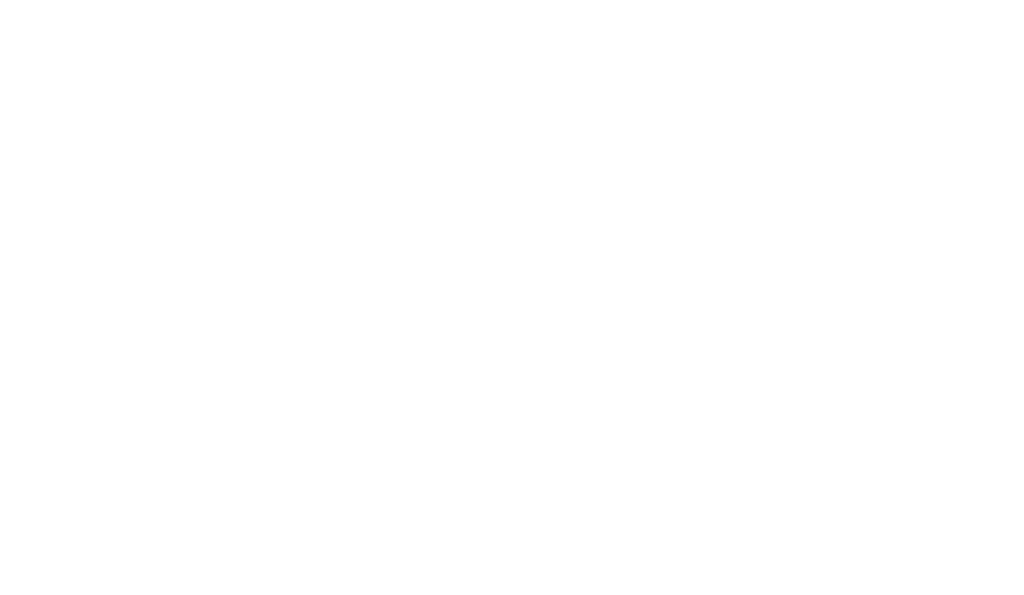
<source format=kicad_pcb>
(kicad_pcb (version 20171130) (host pcbnew "(5.1.4-0-10_14)")

  (general
    (thickness 1.6)
    (drawings 111)
    (tracks 0)
    (zones 0)
    (modules 0)
    (nets 1)
  )

  (page A4)
  (title_block
    (title "Pinky3 Top Plate Design")
    (date 2018-12-23)
    (rev 0.3)
    (company @tamanishi)
  )

  (layers
    (0 F.Cu signal)
    (31 B.Cu signal)
    (32 B.Adhes user)
    (33 F.Adhes user)
    (34 B.Paste user)
    (35 F.Paste user)
    (36 B.SilkS user)
    (37 F.SilkS user)
    (38 B.Mask user)
    (39 F.Mask user)
    (40 Dwgs.User user hide)
    (41 Cmts.User user)
    (42 Eco1.User user)
    (43 Eco2.User user)
    (44 Edge.Cuts user)
    (45 Margin user)
    (46 B.CrtYd user)
    (47 F.CrtYd user)
    (48 B.Fab user)
    (49 F.Fab user)
  )

  (setup
    (last_trace_width 0.25)
    (user_trace_width 0.5)
    (trace_clearance 0.2)
    (zone_clearance 0.508)
    (zone_45_only no)
    (trace_min 0.2)
    (via_size 0.6)
    (via_drill 0.4)
    (via_min_size 0.4)
    (via_min_drill 0.3)
    (uvia_size 0.4)
    (uvia_drill 0.3)
    (uvias_allowed no)
    (uvia_min_size 0.4)
    (uvia_min_drill 0.3)
    (edge_width 0.000001)
    (segment_width 0.15)
    (pcb_text_width 0.3)
    (pcb_text_size 1.5 1.5)
    (mod_edge_width 0.15)
    (mod_text_size 1 1)
    (mod_text_width 0.15)
    (pad_size 5 5)
    (pad_drill 4.8)
    (pad_to_mask_clearance 0.2)
    (solder_mask_min_width 0.25)
    (aux_axis_origin 41 54.3)
    (visible_elements FFFFE77F)
    (pcbplotparams
      (layerselection 0x01000_7ffffffe)
      (usegerberextensions false)
      (usegerberattributes false)
      (usegerberadvancedattributes false)
      (creategerberjobfile false)
      (excludeedgelayer true)
      (linewidth 0.100000)
      (plotframeref false)
      (viasonmask false)
      (mode 1)
      (useauxorigin false)
      (hpglpennumber 1)
      (hpglpenspeed 20)
      (hpglpendiameter 15.000000)
      (psnegative false)
      (psa4output false)
      (plotreference true)
      (plotvalue true)
      (plotinvisibletext false)
      (padsonsilk false)
      (subtractmaskfromsilk false)
      (outputformat 3)
      (mirror false)
      (drillshape 0)
      (scaleselection 1)
      (outputdirectory "DXF/"))
  )

  (net 0 "")

  (net_class Default "This is the default net class."
    (clearance 0.2)
    (trace_width 0.25)
    (via_dia 0.6)
    (via_drill 0.4)
    (uvia_dia 0.4)
    (uvia_drill 0.3)
  )

  (gr_circle (center 149 120.3) (end 150.22 120.3) (layer Edge.Cuts) (width 0.00001) (tstamp 5DBE5AA2))
  (gr_circle (center 154.1 80.5) (end 155.32 80.5) (layer Edge.Cuts) (width 0.00001) (tstamp 5DBE5A7B))
  (gr_circle (center 116 91.9) (end 117.22 91.9) (layer Edge.Cuts) (width 0.00001) (tstamp 5DBE5A36))
  (gr_circle (center 59.5 97.6) (end 60.72 97.6) (layer Edge.Cuts) (width 0.00001) (tstamp 5DBE5A10))
  (gr_circle (center 59.5 78.55) (end 60.72 78.55) (layer Edge.Cuts) (width 0.00001))
  (gr_line (start 138.25 63.955) (end 152.25 63.955) (layer Edge.Cuts) (width 0.00001) (tstamp 5C1F42A1))
  (gr_line (start 100.15 56.335) (end 114.15 56.335) (layer Edge.Cuts) (width 0.00001) (tstamp 5C1F429D))
  (dimension 78 (width 0.3) (layer F.CrtYd)
    (gr_text "78.000 mm" (at 35.7 93.3 270) (layer F.CrtYd)
      (effects (font (size 1.5 1.5) (thickness 0.3)))
    )
    (feature1 (pts (xy 41 132.3) (xy 37.213579 132.3)))
    (feature2 (pts (xy 41 54.3) (xy 37.213579 54.3)))
    (crossbar (pts (xy 37.8 54.3) (xy 37.8 132.3)))
    (arrow1a (pts (xy 37.8 132.3) (xy 37.213579 131.173496)))
    (arrow1b (pts (xy 37.8 132.3) (xy 38.386421 131.173496)))
    (arrow2a (pts (xy 37.8 54.3) (xy 37.213579 55.426504)))
    (arrow2b (pts (xy 37.8 54.3) (xy 38.386421 55.426504)))
  )
  (gr_line (start 41.7 116.1) (end 116.5 116.1) (layer Edge.Cuts) (width 0.00001) (tstamp 5C1DF843))
  (gr_arc (start 176 111.5) (end 176.7 111.5) (angle -90) (layer Edge.Cuts) (width 0.00001) (tstamp 5C1DE371))
  (gr_line (start 176 110.8) (end 164.5 110.8) (layer Edge.Cuts) (width 0.00001))
  (gr_line (start 176.7 116.1) (end 176.7 111.5) (layer Edge.Cuts) (width 0.00001))
  (gr_line (start 137 119.7) (end 116.5 116.1) (layer Edge.Cuts) (width 0.00001))
  (gr_line (start 152.4 124.9) (end 137 119.7) (layer Edge.Cuts) (width 0.00001))
  (gr_line (start 152.4 124.9) (end 168.6 132.1) (layer Edge.Cuts) (width 0.00001))
  (gr_line (start 171.3 86.815) (end 171.3 100.815) (layer Edge.Cuts) (width 0.00001) (tstamp 5C0AF31E))
  (gr_line (start 157.3 86.815) (end 157.3 100.815) (layer Edge.Cuts) (width 0.00001))
  (gr_line (start 43 100.15) (end 43 114.15) (layer Edge.Cuts) (width 0.00001) (tstamp 5BFA0244))
  (dimension 135.7 (width 0.3) (layer F.CrtYd)
    (gr_text "135.700 mm" (at 108.85 48.3) (layer F.CrtYd)
      (effects (font (size 1.5 1.5) (thickness 0.3)))
    )
    (feature1 (pts (xy 176.7 54.3) (xy 176.7 49.813579)))
    (feature2 (pts (xy 41 54.3) (xy 41 49.813579)))
    (crossbar (pts (xy 41 50.4) (xy 176.7 50.4)))
    (arrow1a (pts (xy 176.7 50.4) (xy 175.573496 50.986421)))
    (arrow1b (pts (xy 176.7 50.4) (xy 175.573496 49.813579)))
    (arrow2a (pts (xy 41 50.4) (xy 42.126504 50.986421)))
    (arrow2b (pts (xy 41 50.4) (xy 42.126504 49.813579)))
  )
  (gr_arc (start 172.6 101.9) (end 172.6 102.6) (angle -90) (layer Edge.Cuts) (width 0.00001))
  (gr_line (start 164.5 102.6) (end 172.6 102.6) (layer Edge.Cuts) (width 0.00001))
  (gr_line (start 164.5 110.8) (end 164.5 102.6) (layer Edge.Cuts) (width 0.00001))
  (gr_arc (start 168.999999 131.300001) (end 168.6 132.1) (angle -90) (layer Edge.Cuts) (width 0.00001))
  (gr_line (start 41.8 59.7) (end 98.1 54.3) (layer Edge.Cuts) (width 0.00001) (tstamp 5BF131E6))
  (gr_line (start 98.1 54.3) (end 116.2 54.3) (layer Edge.Cuts) (width 0.00001) (tstamp 5BF131E5))
  (gr_line (start 116.2 54.3) (end 172.6 65.5) (layer Edge.Cuts) (width 0.00001) (tstamp 5BF131E4))
  (gr_line (start 173.3 66.2) (end 173.3 101.9) (layer Edge.Cuts) (width 0.00001) (tstamp 5BF131E3))
  (gr_line (start 169.799998 131.7) (end 176.7 116.1) (layer Edge.Cuts) (width 0.00001) (tstamp 5BF131E2))
  (gr_arc (start 41.7 115.4) (end 41 115.4) (angle -90) (layer Edge.Cuts) (width 0.00001) (tstamp 5BF131E0))
  (gr_arc (start 172.499302 66.299912) (end 173.299302 66.199912) (angle -75.7) (layer Edge.Cuts) (width 0.00001) (tstamp 5BF131DE))
  (gr_arc (start 41.999999 60.699999) (end 41.8 59.7) (angle -67.4) (layer Edge.Cuts) (width 0.00001) (tstamp 5BF131DD))
  (gr_line (start 41 115.4) (end 41 60.5) (layer Edge.Cuts) (width 0.00001) (tstamp 5BF131DC))
  (gr_line (start 57 62.05) (end 57 76.05) (layer Edge.Cuts) (width 0.00001))
  (gr_line (start 57 100.15) (end 57 114.15) (layer Edge.Cuts) (width 0.00001))
  (gr_line (start 62.05 100.15) (end 76.05 100.15) (layer Edge.Cuts) (width 0.00001))
  (gr_line (start 43 100.15) (end 57 100.15) (layer Edge.Cuts) (width 0.00001))
  (gr_line (start 62.05 100.15) (end 62.05 114.15) (layer Edge.Cuts) (width 0.00001))
  (gr_line (start 43 81.1) (end 57 81.1) (layer Edge.Cuts) (width 0.00001))
  (gr_line (start 76.05 100.15) (end 76.05 114.15) (layer Edge.Cuts) (width 0.00001))
  (gr_line (start 100.15 94.435) (end 100.15 108.435) (layer Edge.Cuts) (width 0.00001))
  (gr_line (start 95.1 112.245) (end 81.1 112.245) (layer Edge.Cuts) (width 0.00001))
  (gr_line (start 100.15 108.435) (end 114.15 108.435) (layer Edge.Cuts) (width 0.00001))
  (gr_line (start 100.15 89.385) (end 114.15 89.385) (layer Edge.Cuts) (width 0.00001))
  (gr_line (start 114.15 75.385) (end 114.15 89.385) (layer Edge.Cuts) (width 0.00001))
  (gr_line (start 81.1 98.245) (end 95.1 98.245) (layer Edge.Cuts) (width 0.00001))
  (gr_line (start 157.3 81.765) (end 171.3 81.765) (layer Edge.Cuts) (width 0.00001))
  (gr_line (start 171.3 67.765) (end 171.3 81.765) (layer Edge.Cuts) (width 0.00001))
  (gr_line (start 133.2 98.245) (end 133.2 112.245) (layer Edge.Cuts) (width 0.00001))
  (gr_line (start 119.2 60.145) (end 119.2 74.145) (layer Edge.Cuts) (width 0.00001))
  (gr_line (start 81.1 98.245) (end 81.1 112.245) (layer Edge.Cuts) (width 0.00001))
  (gr_line (start 81.1 60.145) (end 95.1 60.145) (layer Edge.Cuts) (width 0.00001))
  (gr_line (start 62.05 76.05) (end 62.05 62.05) (layer Edge.Cuts) (width 0.00001))
  (gr_line (start 62.05 95.1) (end 76.05 95.1) (layer Edge.Cuts) (width 0.00001))
  (gr_line (start 76.05 81.1) (end 76.05 95.1) (layer Edge.Cuts) (width 0.00001))
  (gr_line (start 43 114.15) (end 57 114.15) (layer Edge.Cuts) (width 0.00001))
  (gr_line (start 138.25 83.005) (end 138.25 97.005) (layer Edge.Cuts) (width 0.00001))
  (gr_line (start 95.1 74.145) (end 81.1 74.145) (layer Edge.Cuts) (width 0.00001))
  (gr_line (start 95.1 60.145) (end 95.1 74.145) (layer Edge.Cuts) (width 0.00001))
  (gr_line (start 138.25 77.955) (end 152.25 77.955) (layer Edge.Cuts) (width 0.00001))
  (gr_line (start 152.25 63.955) (end 152.25 77.955) (layer Edge.Cuts) (width 0.00001))
  (gr_line (start 119.2 112.245) (end 133.2 112.245) (layer Edge.Cuts) (width 0.00001))
  (gr_line (start 100.15 94.435) (end 114.15 94.435) (layer Edge.Cuts) (width 0.00001))
  (gr_line (start 114.15 94.435) (end 114.15 108.435) (layer Edge.Cuts) (width 0.00001))
  (gr_line (start 157.3 86.815) (end 171.3 86.815) (layer Edge.Cuts) (width 0.00001))
  (gr_line (start 119.2 60.145) (end 133.2 60.145) (layer Edge.Cuts) (width 0.00001))
  (gr_line (start 81.1 60.145) (end 81.1 74.145) (layer Edge.Cuts) (width 0.00001))
  (gr_line (start 43 76.05) (end 57 76.05) (layer Edge.Cuts) (width 0.00001))
  (gr_line (start 62.05 76.05) (end 76.05 76.05) (layer Edge.Cuts) (width 0.00001))
  (gr_line (start 76.05 62.05) (end 76.05 76.05) (layer Edge.Cuts) (width 0.00001))
  (gr_line (start 119.2 79.195) (end 133.2 79.195) (layer Edge.Cuts) (width 0.00001))
  (gr_line (start 81.1 79.195) (end 81.1 93.195) (layer Edge.Cuts) (width 0.00001))
  (gr_line (start 81.1 79.195) (end 95.1 79.195) (layer Edge.Cuts) (width 0.00001))
  (gr_line (start 62.05 81.1) (end 62.05 95.1) (layer Edge.Cuts) (width 0.00001))
  (gr_line (start 100.15 70.335) (end 114.15 70.335) (layer Edge.Cuts) (width 0.00001))
  (gr_line (start 114.15 56.335) (end 114.15 70.335) (layer Edge.Cuts) (width 0.00001))
  (gr_line (start 95.1 98.245) (end 95.1 112.245) (layer Edge.Cuts) (width 0.00001))
  (gr_line (start 157.3 67.765) (end 157.3 81.765) (layer Edge.Cuts) (width 0.00001))
  (gr_line (start 119.2 98.245) (end 119.2 112.245) (layer Edge.Cuts) (width 0.00001))
  (gr_line (start 152.25 83.005) (end 152.25 97.005) (layer Edge.Cuts) (width 0.00001))
  (gr_line (start 119.2 74.145) (end 133.2 74.145) (layer Edge.Cuts) (width 0.00001))
  (gr_line (start 133.2 60.145) (end 133.2 74.145) (layer Edge.Cuts) (width 0.00001))
  (gr_line (start 43 62.05) (end 57 62.05) (layer Edge.Cuts) (width 0.00001))
  (gr_line (start 138.25 63.955) (end 138.25 77.955) (layer Edge.Cuts) (width 0.00001))
  (gr_line (start 138.25 116.055) (end 152.25 116.055) (layer Edge.Cuts) (width 0.00001))
  (gr_line (start 157.3 67.765) (end 171.3 67.765) (layer Edge.Cuts) (width 0.00001))
  (gr_line (start 100.15 75.385) (end 100.15 89.385) (layer Edge.Cuts) (width 0.00001))
  (gr_line (start 138.25 83.005) (end 152.25 83.005) (layer Edge.Cuts) (width 0.00001))
  (gr_line (start 57 95.1) (end 43 95.1) (layer Edge.Cuts) (width 0.00001))
  (gr_line (start 119.2 98.245) (end 133.2 98.245) (layer Edge.Cuts) (width 0.00001))
  (gr_line (start 173.54 116.75) (end 160.75 111.06) (layer Edge.Cuts) (width 0.00001))
  (gr_line (start 138.25 102.055) (end 152.25 102.055) (layer Edge.Cuts) (width 0.00001))
  (gr_line (start 100.15 56.335) (end 100.15 70.335) (layer Edge.Cuts) (width 0.00001))
  (gr_line (start 57 81.1) (end 57 95.1) (layer Edge.Cuts) (width 0.00001))
  (gr_line (start 62.05 81.1) (end 76.05 81.1) (layer Edge.Cuts) (width 0.00001))
  (gr_line (start 43 81.1) (end 43 95.1) (layer Edge.Cuts) (width 0.00001))
  (gr_line (start 138.25 102.055) (end 138.25 116.055) (layer Edge.Cuts) (width 0.00001))
  (gr_line (start 81.1 93.195) (end 95.1 93.195) (layer Edge.Cuts) (width 0.00001))
  (gr_line (start 95.1 79.195) (end 95.1 93.195) (layer Edge.Cuts) (width 0.00001))
  (gr_line (start 119.2 93.195) (end 133.2 93.195) (layer Edge.Cuts) (width 0.00001))
  (gr_line (start 133.2 79.195) (end 133.2 93.195) (layer Edge.Cuts) (width 0.00001))
  (gr_line (start 157.3 100.815) (end 171.3 100.815) (layer Edge.Cuts) (width 0.00001))
  (gr_line (start 160.75 111.06) (end 155.06 123.85) (layer Edge.Cuts) (width 0.00001))
  (gr_line (start 100.15 75.385) (end 114.15 75.385) (layer Edge.Cuts) (width 0.00001))
  (gr_line (start 119.2 79.195) (end 119.2 93.195) (layer Edge.Cuts) (width 0.00001))
  (gr_line (start 62.05 114.15) (end 76.05 114.15) (layer Edge.Cuts) (width 0.00001))
  (gr_line (start 167.85 129.54) (end 173.54 116.75) (layer Edge.Cuts) (width 0.00001))
  (gr_line (start 152.25 102.055) (end 152.25 116.055) (layer Edge.Cuts) (width 0.00001))
  (gr_line (start 138.25 97.005) (end 152.25 97.005) (layer Edge.Cuts) (width 0.00001))
  (gr_line (start 62.05 62.05) (end 76.05 62.05) (layer Edge.Cuts) (width 0.00001))
  (gr_line (start 43 62.05) (end 43 76.05) (layer Edge.Cuts) (width 0.00001))
  (gr_line (start 155.06 123.85) (end 167.85 129.54) (layer Edge.Cuts) (width 0.00001))

)

</source>
